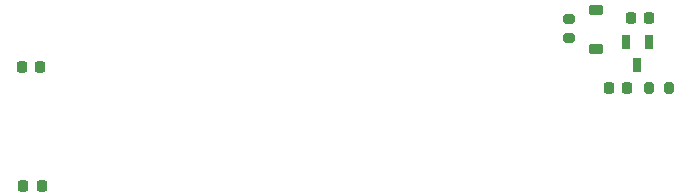
<source format=gbr>
%TF.GenerationSoftware,KiCad,Pcbnew,8.0.0-rc1-91-gb65fa46c3c*%
%TF.CreationDate,2024-02-01T16:18:31+08:00*%
%TF.ProjectId,_____,d0a8a736-612e-46b6-9963-61645f706362,rev?*%
%TF.SameCoordinates,Original*%
%TF.FileFunction,Paste,Bot*%
%TF.FilePolarity,Positive*%
%FSLAX46Y46*%
G04 Gerber Fmt 4.6, Leading zero omitted, Abs format (unit mm)*
G04 Created by KiCad (PCBNEW 8.0.0-rc1-91-gb65fa46c3c) date 2024-02-01 16:18:31*
%MOMM*%
%LPD*%
G01*
G04 APERTURE LIST*
G04 Aperture macros list*
%AMRoundRect*
0 Rectangle with rounded corners*
0 $1 Rounding radius*
0 $2 $3 $4 $5 $6 $7 $8 $9 X,Y pos of 4 corners*
0 Add a 4 corners polygon primitive as box body*
4,1,4,$2,$3,$4,$5,$6,$7,$8,$9,$2,$3,0*
0 Add four circle primitives for the rounded corners*
1,1,$1+$1,$2,$3*
1,1,$1+$1,$4,$5*
1,1,$1+$1,$6,$7*
1,1,$1+$1,$8,$9*
0 Add four rect primitives between the rounded corners*
20,1,$1+$1,$2,$3,$4,$5,0*
20,1,$1+$1,$4,$5,$6,$7,0*
20,1,$1+$1,$6,$7,$8,$9,0*
20,1,$1+$1,$8,$9,$2,$3,0*%
G04 Aperture macros list end*
%ADD10RoundRect,0.225000X-0.225000X-0.250000X0.225000X-0.250000X0.225000X0.250000X-0.225000X0.250000X0*%
%ADD11RoundRect,0.200000X0.275000X-0.200000X0.275000X0.200000X-0.275000X0.200000X-0.275000X-0.200000X0*%
%ADD12RoundRect,0.225000X0.225000X0.250000X-0.225000X0.250000X-0.225000X-0.250000X0.225000X-0.250000X0*%
%ADD13RoundRect,0.225000X-0.375000X0.225000X-0.375000X-0.225000X0.375000X-0.225000X0.375000X0.225000X0*%
%ADD14RoundRect,0.200000X-0.200000X-0.275000X0.200000X-0.275000X0.200000X0.275000X-0.200000X0.275000X0*%
%ADD15R,0.700000X1.250000*%
G04 APERTURE END LIST*
D10*
%TO.C,C26*%
X32435200Y-68478400D03*
X33985200Y-68478400D03*
%TD*%
%TO.C,C19*%
X32562800Y-78536800D03*
X34112800Y-78536800D03*
%TD*%
D11*
%TO.C,R36*%
X78790800Y-66064400D03*
X78790800Y-64414400D03*
%TD*%
D12*
%TO.C,C25*%
X83687200Y-70281000D03*
X82137200Y-70281000D03*
%TD*%
D13*
%TO.C,D13*%
X81076800Y-63652400D03*
X81076800Y-66952400D03*
%TD*%
D10*
%TO.C,C24*%
X84004600Y-64337400D03*
X85554600Y-64337400D03*
%TD*%
D14*
%TO.C,R37*%
X85554600Y-70281000D03*
X87204600Y-70281000D03*
%TD*%
D15*
%TO.C,Q1*%
X83616800Y-66344800D03*
X85516800Y-66344800D03*
X84566800Y-68344800D03*
%TD*%
M02*

</source>
